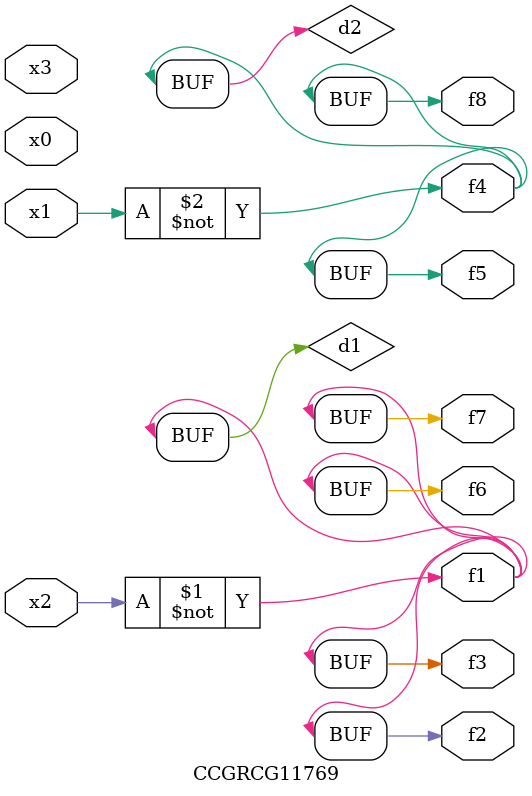
<source format=v>
module CCGRCG11769(
	input x0, x1, x2, x3,
	output f1, f2, f3, f4, f5, f6, f7, f8
);

	wire d1, d2;

	xnor (d1, x2);
	not (d2, x1);
	assign f1 = d1;
	assign f2 = d1;
	assign f3 = d1;
	assign f4 = d2;
	assign f5 = d2;
	assign f6 = d1;
	assign f7 = d1;
	assign f8 = d2;
endmodule

</source>
